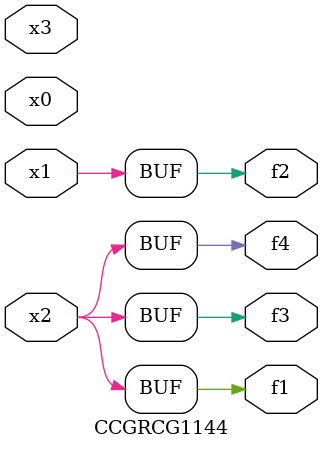
<source format=v>
module CCGRCG1144(
	input x0, x1, x2, x3,
	output f1, f2, f3, f4
);
	assign f1 = x2;
	assign f2 = x1;
	assign f3 = x2;
	assign f4 = x2;
endmodule

</source>
